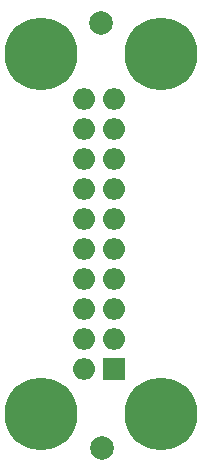
<source format=gbr>
%TF.GenerationSoftware,KiCad,Pcbnew,8.0.6+1*%
%TF.CreationDate,2024-11-07T23:08:08+00:00*%
%TF.ProjectId,GHxPIN01,47487850-494e-4303-912e-6b696361645f,rev?*%
%TF.SameCoordinates,Original*%
%TF.FileFunction,Soldermask,Bot*%
%TF.FilePolarity,Negative*%
%FSLAX46Y46*%
G04 Gerber Fmt 4.6, Leading zero omitted, Abs format (unit mm)*
G04 Created by KiCad (PCBNEW 8.0.6+1) date 2024-11-07 23:08:08*
%MOMM*%
%LPD*%
G01*
G04 APERTURE LIST*
G04 Aperture macros list*
%AMRoundRect*
0 Rectangle with rounded corners*
0 $1 Rounding radius*
0 $2 $3 $4 $5 $6 $7 $8 $9 X,Y pos of 4 corners*
0 Add a 4 corners polygon primitive as box body*
4,1,4,$2,$3,$4,$5,$6,$7,$8,$9,$2,$3,0*
0 Add four circle primitives for the rounded corners*
1,1,$1+$1,$2,$3*
1,1,$1+$1,$4,$5*
1,1,$1+$1,$6,$7*
1,1,$1+$1,$8,$9*
0 Add four rect primitives between the rounded corners*
20,1,$1+$1,$2,$3,$4,$5,0*
20,1,$1+$1,$4,$5,$6,$7,0*
20,1,$1+$1,$6,$7,$8,$9,0*
20,1,$1+$1,$8,$9,$2,$3,0*%
G04 Aperture macros list end*
%ADD10C,6.160000*%
%ADD11RoundRect,0.080000X0.850000X0.850000X-0.850000X0.850000X-0.850000X-0.850000X0.850000X-0.850000X0*%
%ADD12O,1.860000X1.860000*%
%ADD13C,2.000000*%
G04 APERTURE END LIST*
D10*
%TO.C,M2*%
X20320001Y40640000D03*
%TD*%
%TO.C,M4*%
X20320001Y10160000D03*
%TD*%
%TO.C,M3*%
X10160001Y10160000D03*
%TD*%
D11*
%TO.C,J7*%
X16320000Y13970000D03*
D12*
X13780000Y13970000D03*
X16320000Y16510000D03*
X13780000Y16510000D03*
X16320000Y19050000D03*
X13780000Y19050000D03*
X16320000Y21590000D03*
X13780000Y21590000D03*
X16320000Y24130000D03*
X13780000Y24130000D03*
X16320000Y26670000D03*
X13780000Y26670000D03*
X16320000Y29210000D03*
X13780000Y29210000D03*
X16320000Y31750000D03*
X13780000Y31750000D03*
X16320000Y34290000D03*
X13780000Y34290000D03*
X16320000Y36830000D03*
X13780000Y36830000D03*
%TD*%
D10*
%TO.C,M1*%
X10160001Y40640000D03*
%TD*%
D13*
%TO.C,FID2*%
X15290800Y7315200D03*
%TD*%
%TO.C,FID1*%
X15240000Y43326400D03*
%TD*%
M02*

</source>
